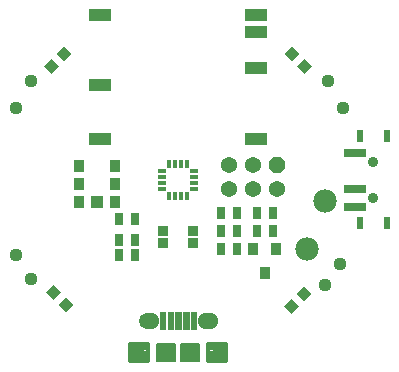
<source format=gbs>
G75*
%MOIN*%
%OFA0B0*%
%FSLAX24Y24*%
%IPPOS*%
%LPD*%
%AMOC8*
5,1,8,0,0,1.08239X$1,22.5*
%
%ADD10R,0.0316X0.0394*%
%ADD11R,0.0350X0.0390*%
%ADD12R,0.0150X0.0296*%
%ADD13R,0.0296X0.0150*%
%ADD14C,0.0540*%
%ADD15C,0.0530*%
%ADD16C,0.0512*%
%ADD17C,0.0020*%
%ADD18C,0.0138*%
%ADD19C,0.0432*%
%ADD20C,0.0064*%
%ADD21R,0.0340X0.0390*%
%ADD22R,0.0390X0.0390*%
%ADD23R,0.0355X0.0355*%
%ADD24R,0.0740X0.0290*%
%ADD25R,0.0240X0.0440*%
%ADD26C,0.0360*%
%ADD27R,0.0729X0.0394*%
%ADD28R,0.0340X0.0340*%
%ADD29OC8,0.0540*%
%ADD30C,0.0780*%
%ADD31C,0.0440*%
D10*
X022775Y022231D03*
X022775Y022731D03*
X023287Y022731D03*
X023287Y022231D03*
X023287Y023431D03*
X022775Y023431D03*
X026175Y023631D03*
X026687Y023631D03*
X026687Y023031D03*
X026175Y023031D03*
X026175Y022431D03*
X026687Y022431D03*
X027375Y023031D03*
X027887Y023031D03*
X027887Y023631D03*
X027375Y023631D03*
D11*
X027241Y022431D03*
X028001Y022431D03*
X027621Y021631D03*
D12*
X025027Y024192D03*
X024830Y024192D03*
X024633Y024192D03*
X024436Y024192D03*
X024436Y025271D03*
X024633Y025271D03*
X024830Y025271D03*
X025027Y025271D03*
D13*
X025271Y025027D03*
X025271Y024830D03*
X025271Y024633D03*
X025271Y024436D03*
X024192Y024436D03*
X024192Y024633D03*
X024192Y024830D03*
X024192Y025027D03*
D14*
X026431Y025231D03*
X026431Y024431D03*
X027231Y024431D03*
X028031Y024431D03*
X027231Y025231D03*
X025761Y020041D03*
D15*
X025661Y020041D03*
X023801Y020041D03*
X023701Y020041D03*
D16*
X023351Y019081D03*
X023351Y018881D03*
X026111Y018881D03*
X026111Y019081D03*
D17*
X025341Y020316D02*
X025161Y020316D01*
X025341Y020316D02*
X025341Y019766D01*
X025161Y019766D01*
X025161Y020316D01*
X025161Y019785D02*
X025341Y019785D01*
X025341Y019804D02*
X025161Y019804D01*
X025161Y019823D02*
X025341Y019823D01*
X025341Y019842D02*
X025161Y019842D01*
X025161Y019861D02*
X025341Y019861D01*
X025341Y019880D02*
X025161Y019880D01*
X025161Y019899D02*
X025341Y019899D01*
X025341Y019918D02*
X025161Y019918D01*
X025161Y019937D02*
X025341Y019937D01*
X025341Y019956D02*
X025161Y019956D01*
X025161Y019975D02*
X025341Y019975D01*
X025341Y019994D02*
X025161Y019994D01*
X025161Y020013D02*
X025341Y020013D01*
X025341Y020032D02*
X025161Y020032D01*
X025161Y020051D02*
X025341Y020051D01*
X025341Y020070D02*
X025161Y020070D01*
X025161Y020089D02*
X025341Y020089D01*
X025341Y020108D02*
X025161Y020108D01*
X025161Y020127D02*
X025341Y020127D01*
X025341Y020146D02*
X025161Y020146D01*
X025161Y020165D02*
X025341Y020165D01*
X025341Y020184D02*
X025161Y020184D01*
X025161Y020203D02*
X025341Y020203D01*
X025341Y020222D02*
X025161Y020222D01*
X025161Y020241D02*
X025341Y020241D01*
X025341Y020260D02*
X025161Y020260D01*
X025161Y020279D02*
X025341Y020279D01*
X025341Y020298D02*
X025161Y020298D01*
X025081Y020316D02*
X024901Y020316D01*
X025081Y020316D02*
X025081Y019766D01*
X024901Y019766D01*
X024901Y020316D01*
X024901Y019785D02*
X025081Y019785D01*
X025081Y019804D02*
X024901Y019804D01*
X024901Y019823D02*
X025081Y019823D01*
X025081Y019842D02*
X024901Y019842D01*
X024901Y019861D02*
X025081Y019861D01*
X025081Y019880D02*
X024901Y019880D01*
X024901Y019899D02*
X025081Y019899D01*
X025081Y019918D02*
X024901Y019918D01*
X024901Y019937D02*
X025081Y019937D01*
X025081Y019956D02*
X024901Y019956D01*
X024901Y019975D02*
X025081Y019975D01*
X025081Y019994D02*
X024901Y019994D01*
X024901Y020013D02*
X025081Y020013D01*
X025081Y020032D02*
X024901Y020032D01*
X024901Y020051D02*
X025081Y020051D01*
X025081Y020070D02*
X024901Y020070D01*
X024901Y020089D02*
X025081Y020089D01*
X025081Y020108D02*
X024901Y020108D01*
X024901Y020127D02*
X025081Y020127D01*
X025081Y020146D02*
X024901Y020146D01*
X024901Y020165D02*
X025081Y020165D01*
X025081Y020184D02*
X024901Y020184D01*
X024901Y020203D02*
X025081Y020203D01*
X025081Y020222D02*
X024901Y020222D01*
X024901Y020241D02*
X025081Y020241D01*
X025081Y020260D02*
X024901Y020260D01*
X024901Y020279D02*
X025081Y020279D01*
X025081Y020298D02*
X024901Y020298D01*
X024821Y020316D02*
X024641Y020316D01*
X024821Y020316D02*
X024821Y019766D01*
X024641Y019766D01*
X024641Y020316D01*
X024641Y019785D02*
X024821Y019785D01*
X024821Y019804D02*
X024641Y019804D01*
X024641Y019823D02*
X024821Y019823D01*
X024821Y019842D02*
X024641Y019842D01*
X024641Y019861D02*
X024821Y019861D01*
X024821Y019880D02*
X024641Y019880D01*
X024641Y019899D02*
X024821Y019899D01*
X024821Y019918D02*
X024641Y019918D01*
X024641Y019937D02*
X024821Y019937D01*
X024821Y019956D02*
X024641Y019956D01*
X024641Y019975D02*
X024821Y019975D01*
X024821Y019994D02*
X024641Y019994D01*
X024641Y020013D02*
X024821Y020013D01*
X024821Y020032D02*
X024641Y020032D01*
X024641Y020051D02*
X024821Y020051D01*
X024821Y020070D02*
X024641Y020070D01*
X024641Y020089D02*
X024821Y020089D01*
X024821Y020108D02*
X024641Y020108D01*
X024641Y020127D02*
X024821Y020127D01*
X024821Y020146D02*
X024641Y020146D01*
X024641Y020165D02*
X024821Y020165D01*
X024821Y020184D02*
X024641Y020184D01*
X024641Y020203D02*
X024821Y020203D01*
X024821Y020222D02*
X024641Y020222D01*
X024641Y020241D02*
X024821Y020241D01*
X024821Y020260D02*
X024641Y020260D01*
X024641Y020279D02*
X024821Y020279D01*
X024821Y020298D02*
X024641Y020298D01*
X024561Y020316D02*
X024381Y020316D01*
X024561Y020316D02*
X024561Y019766D01*
X024381Y019766D01*
X024381Y020316D01*
X024381Y019785D02*
X024561Y019785D01*
X024561Y019804D02*
X024381Y019804D01*
X024381Y019823D02*
X024561Y019823D01*
X024561Y019842D02*
X024381Y019842D01*
X024381Y019861D02*
X024561Y019861D01*
X024561Y019880D02*
X024381Y019880D01*
X024381Y019899D02*
X024561Y019899D01*
X024561Y019918D02*
X024381Y019918D01*
X024381Y019937D02*
X024561Y019937D01*
X024561Y019956D02*
X024381Y019956D01*
X024381Y019975D02*
X024561Y019975D01*
X024561Y019994D02*
X024381Y019994D01*
X024381Y020013D02*
X024561Y020013D01*
X024561Y020032D02*
X024381Y020032D01*
X024381Y020051D02*
X024561Y020051D01*
X024561Y020070D02*
X024381Y020070D01*
X024381Y020089D02*
X024561Y020089D01*
X024561Y020108D02*
X024381Y020108D01*
X024381Y020127D02*
X024561Y020127D01*
X024561Y020146D02*
X024381Y020146D01*
X024381Y020165D02*
X024561Y020165D01*
X024561Y020184D02*
X024381Y020184D01*
X024381Y020203D02*
X024561Y020203D01*
X024561Y020222D02*
X024381Y020222D01*
X024381Y020241D02*
X024561Y020241D01*
X024561Y020260D02*
X024381Y020260D01*
X024381Y020279D02*
X024561Y020279D01*
X024561Y020298D02*
X024381Y020298D01*
X024301Y020316D02*
X024121Y020316D01*
X024301Y020316D02*
X024301Y019766D01*
X024121Y019766D01*
X024121Y020316D01*
X024121Y019785D02*
X024301Y019785D01*
X024301Y019804D02*
X024121Y019804D01*
X024121Y019823D02*
X024301Y019823D01*
X024301Y019842D02*
X024121Y019842D01*
X024121Y019861D02*
X024301Y019861D01*
X024301Y019880D02*
X024121Y019880D01*
X024121Y019899D02*
X024301Y019899D01*
X024301Y019918D02*
X024121Y019918D01*
X024121Y019937D02*
X024301Y019937D01*
X024301Y019956D02*
X024121Y019956D01*
X024121Y019975D02*
X024301Y019975D01*
X024301Y019994D02*
X024121Y019994D01*
X024121Y020013D02*
X024301Y020013D01*
X024301Y020032D02*
X024121Y020032D01*
X024121Y020051D02*
X024301Y020051D01*
X024301Y020070D02*
X024121Y020070D01*
X024121Y020089D02*
X024301Y020089D01*
X024301Y020108D02*
X024121Y020108D01*
X024121Y020127D02*
X024301Y020127D01*
X024301Y020146D02*
X024121Y020146D01*
X024121Y020165D02*
X024301Y020165D01*
X024301Y020184D02*
X024121Y020184D01*
X024121Y020203D02*
X024301Y020203D01*
X024301Y020222D02*
X024121Y020222D01*
X024121Y020241D02*
X024301Y020241D01*
X024301Y020260D02*
X024121Y020260D01*
X024121Y020279D02*
X024301Y020279D01*
X024301Y020298D02*
X024121Y020298D01*
D18*
X023732Y019257D02*
X023130Y019257D01*
X023732Y019257D02*
X023732Y018705D01*
X023130Y018705D01*
X023130Y019257D01*
X023130Y018842D02*
X023732Y018842D01*
X023732Y018979D02*
X023130Y018979D01*
X023130Y019116D02*
X023732Y019116D01*
X023732Y019253D02*
X023130Y019253D01*
X025730Y019257D02*
X026332Y019257D01*
X026332Y018705D01*
X025730Y018705D01*
X025730Y019257D01*
X025730Y018842D02*
X026332Y018842D01*
X026332Y018979D02*
X025730Y018979D01*
X025730Y019116D02*
X026332Y019116D01*
X026332Y019253D02*
X025730Y019253D01*
D19*
X025815Y020095D02*
X025607Y020095D01*
X025815Y020095D02*
X025815Y019987D01*
X025607Y019987D01*
X025607Y020095D01*
X023855Y020095D02*
X023647Y020095D01*
X023855Y020095D02*
X023855Y019987D01*
X023647Y019987D01*
X023647Y020095D01*
D20*
X024023Y019269D02*
X024639Y019269D01*
X024639Y018693D01*
X024023Y018693D01*
X024023Y019269D01*
X024023Y018756D02*
X024639Y018756D01*
X024639Y018819D02*
X024023Y018819D01*
X024023Y018882D02*
X024639Y018882D01*
X024639Y018945D02*
X024023Y018945D01*
X024023Y019008D02*
X024639Y019008D01*
X024639Y019071D02*
X024023Y019071D01*
X024023Y019134D02*
X024639Y019134D01*
X024639Y019197D02*
X024023Y019197D01*
X024023Y019260D02*
X024639Y019260D01*
X024823Y019269D02*
X025439Y019269D01*
X025439Y018693D01*
X024823Y018693D01*
X024823Y019269D01*
X024823Y018756D02*
X025439Y018756D01*
X025439Y018819D02*
X024823Y018819D01*
X024823Y018882D02*
X025439Y018882D01*
X025439Y018945D02*
X024823Y018945D01*
X024823Y019008D02*
X025439Y019008D01*
X025439Y019071D02*
X024823Y019071D01*
X024823Y019134D02*
X025439Y019134D01*
X025439Y019197D02*
X024823Y019197D01*
X024823Y019260D02*
X025439Y019260D01*
D21*
X022631Y023981D03*
X022631Y024581D03*
X022631Y025181D03*
X021431Y025181D03*
X021431Y024581D03*
X021431Y023981D03*
D22*
X022031Y023981D03*
D23*
G36*
X020823Y020990D02*
X020573Y020740D01*
X020323Y020990D01*
X020573Y021240D01*
X020823Y020990D01*
G37*
G36*
X021240Y020573D02*
X020990Y020323D01*
X020740Y020573D01*
X020990Y020823D01*
X021240Y020573D01*
G37*
G36*
X028523Y020273D02*
X028273Y020523D01*
X028523Y020773D01*
X028773Y020523D01*
X028523Y020273D01*
G37*
G36*
X028940Y020690D02*
X028690Y020940D01*
X028940Y021190D01*
X029190Y020940D01*
X028940Y020690D01*
G37*
G36*
X028690Y028523D02*
X028940Y028773D01*
X029190Y028523D01*
X028940Y028273D01*
X028690Y028523D01*
G37*
G36*
X028273Y028940D02*
X028523Y029190D01*
X028773Y028940D01*
X028523Y028690D01*
X028273Y028940D01*
G37*
G36*
X020940Y029190D02*
X021190Y028940D01*
X020940Y028690D01*
X020690Y028940D01*
X020940Y029190D01*
G37*
G36*
X020523Y028773D02*
X020773Y028523D01*
X020523Y028273D01*
X020273Y028523D01*
X020523Y028773D01*
G37*
D24*
X030627Y025631D03*
X030627Y024431D03*
X030627Y023831D03*
D25*
X030777Y023281D03*
X031677Y023281D03*
X031677Y026181D03*
X030777Y026181D03*
D26*
X031227Y025331D03*
X031227Y024131D03*
D27*
X027340Y026110D03*
X027340Y028473D03*
X027340Y029654D03*
X027340Y030244D03*
X022123Y030244D03*
X022123Y027882D03*
X022123Y026110D03*
D28*
X024231Y023031D03*
X024231Y022631D03*
X025231Y022631D03*
X025231Y023031D03*
D29*
X028031Y025231D03*
D30*
X029631Y024031D03*
X029031Y022431D03*
D31*
X030131Y021931D03*
X029631Y021231D03*
X030231Y027131D03*
X029731Y028031D03*
X019831Y028031D03*
X019331Y027131D03*
X019331Y022231D03*
X019831Y021431D03*
M02*

</source>
